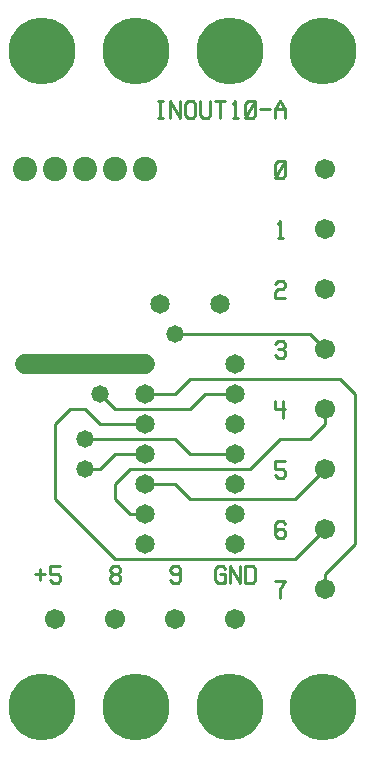
<source format=gtl>
%MOIN*%
%FSLAX25Y25*%
G04 D10 used for Character Trace; *
G04     Circle (OD=.01000) (No hole)*
G04 D11 used for Power Trace; *
G04     Circle (OD=.06700) (No hole)*
G04 D12 used for Signal Trace; *
G04     Circle (OD=.01100) (No hole)*
G04 D13 used for Via; *
G04     Circle (OD=.05800) (Round. Hole ID=.02800)*
G04 D14 used for Component hole; *
G04     Circle (OD=.06500) (Round. Hole ID=.03500)*
G04 D15 used for Component hole; *
G04     Circle (OD=.06700) (Round. Hole ID=.04300)*
G04 D16 used for Component hole; *
G04     Circle (OD=.08100) (Round. Hole ID=.05100)*
G04 D17 used for Component hole; *
G04     Circle (OD=.08900) (Round. Hole ID=.05900)*
G04 D18 used for Component hole; *
G04     Circle (OD=.11300) (Round. Hole ID=.08300)*
G04 D19 used for Component hole; *
G04     Circle (OD=.16000) (Round. Hole ID=.13000)*
G04 D20 used for Component hole; *
G04     Circle (OD=.18300) (Round. Hole ID=.15300)*
G04 D21 used for Component hole; *
G04     Circle (OD=.22291) (Round. Hole ID=.19291)*
%ADD10C,.01000*%
%ADD11C,.06700*%
%ADD12C,.01100*%
%ADD13C,.05800*%
%ADD14C,.06500*%
%ADD15C,.06700*%
%ADD16C,.08100*%
%ADD17C,.08900*%
%ADD18C,.11300*%
%ADD19C,.16000*%
%ADD20C,.18300*%
%ADD21C,.22291*%
%IPPOS*%
%LPD*%
G90*X0Y0D02*D21*X15625Y15625D03*D15*              
X40000Y45000D03*X20000D03*D21*X46875Y15625D03*D10*
X61674Y60957D02*X60837Y60000D01*X59163D01*        
X58326Y60957D01*Y61914D01*X59163Y62871D01*        
X60837D01*X61674Y61914D01*Y58086D01*              
X60837Y57129D01*X59163D01*X58326Y58086D01*        
X39163Y60000D02*X38326Y60957D01*Y61914D01*        
X39163Y62871D01*X40837D01*X41674Y61914D01*        
Y60957D01*X40837Y60000D01*X39163D01*              
X38326Y59043D01*Y58086D01*X39163Y57129D01*        
X40837D01*X41674Y58086D01*Y59043D01*              
X40837Y60000D01*X13326D02*X16674D01*              
X15000Y61914D02*Y58086D01*X21674Y62871D02*        
X18326D01*Y60000D01*X20837D01*X21674Y59043D01*    
Y58086D01*X20837Y57129D01*X19163D01*              
X18326Y58086D01*D15*X60000Y45000D03*D12*          
X40000Y65000D02*X100000D01*X110000Y75000D01*D15*  
D03*D12*X65000Y85000D02*X100000D01*X65000D02*     
X60000Y90000D01*X50000D01*D14*D03*D12*X40000D02*  
X45000Y95000D01*X40000Y85000D02*Y90000D01*        
X45000Y80000D02*X40000Y85000D01*X45000Y80000D02*  
X50000D01*D14*D03*Y70000D03*D12*X30000Y95000D02*  
X35000D01*D13*X30000D03*D12*X35000D02*            
X40000Y100000D01*X50000D01*D14*D03*D12*           
X45000Y95000D02*X85000D01*X95000Y105000D01*       
X105000D01*X110000Y110000D01*Y115000D01*D15*D03*  
D12*X120000Y120000D02*X115000Y125000D01*          
X120000Y70000D02*Y120000D01*X110000Y60000D02*     
X120000Y70000D01*X110000Y55000D02*Y60000D01*D15*  
Y55000D03*D10*X93326Y57871D02*X96674D01*          
X95000Y55000D01*Y52129D01*X96674Y76914D02*        
X95837Y77871D01*X94163D01*X93326Y76914D01*        
Y73086D01*X94163Y72129D01*X95837D01*              
X96674Y73086D01*Y74043D01*X95837Y75000D01*        
X94163D01*X93326Y74043D01*D14*X80000Y80000D03*    
Y70000D03*D12*X100000Y85000D02*X110000Y95000D01*  
D15*D03*D10*X96674Y97871D02*X93326D01*Y95000D01*  
X95837D01*X96674Y94043D01*Y93086D01*              
X95837Y92129D01*X94163D01*X93326Y93086D01*        
X95837Y117871D02*Y112129D01*X93326Y117871D02*     
Y115000D01*X96674D01*D14*X80000Y120000D03*D12*    
X70000D01*X65000Y115000D01*X40000D01*             
X35000Y120000D01*D13*D03*D12*Y110000D02*          
X30000Y115000D01*X35000Y110000D02*X50000D01*D14*  
D03*D12*Y120000D02*X60000D01*D14*X50000D03*D12*   
X60000D02*X65000Y125000D01*X115000D01*D15*        
X110000Y135000D03*D12*X105000Y140000D01*X60000D01*
D13*D03*D14*X50000Y130000D03*D11*X10000D01*D13*   
D03*D12*X20000Y110000D02*X25000Y115000D01*        
X20000Y85000D02*Y110000D01*X40000Y65000D02*       
X20000Y85000D01*X65000Y100000D02*X80000D01*D14*   
D03*Y110000D03*Y90000D03*D12*X65000Y100000D02*    
X60000Y105000D01*X30000D01*D13*D03*D12*           
X25000Y115000D02*X30000D01*D14*X55000Y150000D03*  
X75000D03*X80000Y130000D03*D10*X76674Y58086D02*   
X75837Y57129D01*X74163D01*X73326Y58086D01*        
Y61914D01*X74163Y62871D01*X75837D01*              
X76674Y61914D01*X75000Y60000D02*X76674D01*        
Y57129D01*X78326D02*Y62871D01*X81674Y57129D01*    
Y62871D01*X83326Y57129D02*Y62871D01*X85837D01*    
X86674Y61914D01*Y58086D01*X85837Y57129D01*        
X83326D01*X93326Y136914D02*X94163Y137871D01*      
X95837D01*X96674Y136914D01*Y135957D01*            
X95837Y135000D01*X94163D01*X95837D02*             
X96674Y134043D01*Y133086D01*X95837Y132129D01*     
X94163D01*X93326Y133086D01*Y156914D02*            
X94163Y157871D01*X95837D01*X96674Y156914D01*      
Y155957D01*X95837Y155000D01*X94163D01*            
X93326Y154043D01*Y152129D01*X96674D01*D15*        
X80000Y45000D03*D10*X94163Y176914D02*             
X95000Y177871D01*Y172129D01*X94163D02*X95837D01*  
X96674Y193086D02*X95837Y192129D01*X94163D01*      
X93326Y193086D01*Y196914D01*X94163Y197871D01*     
X95837D01*X96674Y196914D01*Y193086D01*            
X93326Y192129D02*X96674Y197871D01*D16*            
X50000Y195000D03*X40000D03*X30000D03*X20000D03*   
X10000D03*D15*X110000Y155000D03*Y175000D03*       
Y195000D03*D10*X55000Y212129D02*Y217871D01*       
X54163Y212129D02*X55837D01*X54163Y217871D02*      
X55837D01*X58326Y212129D02*Y217871D01*            
X61674Y212129D01*Y217871D01*X66674Y213086D02*     
X65837Y212129D01*X64163D01*X63326Y213086D01*      
Y216914D01*X64163Y217871D01*X65837D01*            
X66674Y216914D01*Y213086D01*X71674Y217871D02*     
Y213086D01*X70837Y212129D01*X69163D01*            
X68326Y213086D01*Y217871D01*X75000Y212129D02*     
Y217871D01*X73326D02*X76674D01*X79163Y216914D02*  
X80000Y217871D01*Y212129D01*X79163D02*X80837D01*  
X86674Y213086D02*X85837Y212129D01*X84163D01*      
X83326Y213086D01*Y216914D01*X84163Y217871D01*     
X85837D01*X86674Y216914D01*Y213086D01*            
X83326Y212129D02*X86674Y217871D01*                
X88326Y215000D02*X91674D01*X93326Y212129D02*      
Y215000D01*X95000Y217871D01*X96674Y215000D01*     
Y212129D01*X93326Y215000D02*X96674D01*D21*        
X78125Y15625D03*X109375D03*Y234375D03*X78125D03*  
X46875D03*X15625D03*M02*                          

</source>
